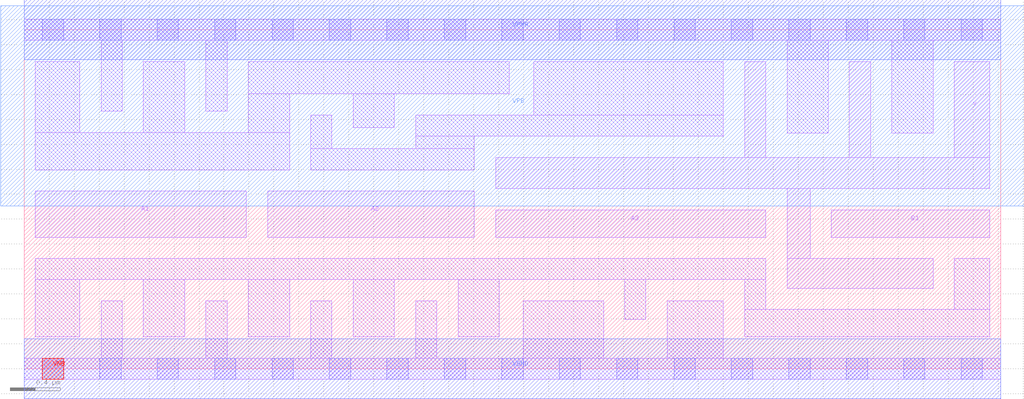
<source format=lef>
# Copyright 2020 The SkyWater PDK Authors
#
# Licensed under the Apache License, Version 2.0 (the "License");
# you may not use this file except in compliance with the License.
# You may obtain a copy of the License at
#
#     https://www.apache.org/licenses/LICENSE-2.0
#
# Unless required by applicable law or agreed to in writing, software
# distributed under the License is distributed on an "AS IS" BASIS,
# WITHOUT WARRANTIES OR CONDITIONS OF ANY KIND, either express or implied.
# See the License for the specific language governing permissions and
# limitations under the License.
#
# SPDX-License-Identifier: Apache-2.0

VERSION 5.7 ;
  NOWIREEXTENSIONATPIN ON ;
  DIVIDERCHAR "/" ;
  BUSBITCHARS "[]" ;
MACRO sky130_fd_sc_hd__o31ai_4
  CLASS CORE ;
  FOREIGN sky130_fd_sc_hd__o31ai_4 ;
  ORIGIN  0.000000  0.000000 ;
  SIZE  7.820000 BY  2.720000 ;
  SYMMETRY X Y R90 ;
  SITE unithd ;
  PIN A1
    ANTENNAGATEAREA  0.990000 ;
    DIRECTION INPUT ;
    USE SIGNAL ;
    PORT
      LAYER li1 ;
        RECT 0.090000 1.055000 1.780000 1.425000 ;
    END
  END A1
  PIN A2
    ANTENNAGATEAREA  0.990000 ;
    DIRECTION INPUT ;
    USE SIGNAL ;
    PORT
      LAYER li1 ;
        RECT 1.950000 1.055000 3.605000 1.425000 ;
    END
  END A2
  PIN A3
    ANTENNAGATEAREA  0.990000 ;
    DIRECTION INPUT ;
    USE SIGNAL ;
    PORT
      LAYER li1 ;
        RECT 3.775000 1.055000 5.940000 1.275000 ;
    END
  END A3
  PIN B1
    ANTENNAGATEAREA  0.990000 ;
    DIRECTION INPUT ;
    USE SIGNAL ;
    PORT
      LAYER li1 ;
        RECT 6.465000 1.055000 7.735000 1.275000 ;
    END
  END B1
  PIN VNB
    PORT
      LAYER pwell ;
        RECT 0.145000 -0.085000 0.315000 0.085000 ;
    END
  END VNB
  PIN VPB
    PORT
      LAYER nwell ;
        RECT -0.190000 1.305000 8.010000 2.910000 ;
    END
  END VPB
  PIN Y
    ANTENNADIFFAREA  1.683800 ;
    DIRECTION OUTPUT ;
    USE SIGNAL ;
    PORT
      LAYER li1 ;
        RECT 3.775000 1.445000 7.735000 1.695000 ;
        RECT 5.770000 1.695000 5.940000 2.465000 ;
        RECT 6.110000 0.645000 7.280000 0.885000 ;
        RECT 6.110000 0.885000 6.295000 1.445000 ;
        RECT 6.610000 1.695000 6.780000 2.465000 ;
        RECT 7.450000 1.695000 7.735000 2.465000 ;
    END
  END Y
  PIN VGND
    DIRECTION INOUT ;
    SHAPE ABUTMENT ;
    USE GROUND ;
    PORT
      LAYER met1 ;
        RECT 0.000000 -0.240000 7.820000 0.240000 ;
    END
  END VGND
  PIN VPWR
    DIRECTION INOUT ;
    SHAPE ABUTMENT ;
    USE POWER ;
    PORT
      LAYER met1 ;
        RECT 0.000000 2.480000 7.820000 2.960000 ;
    END
  END VPWR
  OBS
    LAYER li1 ;
      RECT 0.000000 -0.085000 7.820000 0.085000 ;
      RECT 0.000000  2.635000 7.820000 2.805000 ;
      RECT 0.090000  0.255000 0.445000 0.715000 ;
      RECT 0.090000  0.715000 5.940000 0.885000 ;
      RECT 0.090000  1.595000 2.125000 1.895000 ;
      RECT 0.090000  1.895000 0.445000 2.465000 ;
      RECT 0.615000  0.085000 0.785000 0.545000 ;
      RECT 0.615000  2.065000 0.785000 2.635000 ;
      RECT 0.955000  0.255000 1.285000 0.715000 ;
      RECT 0.955000  1.895000 1.285000 2.465000 ;
      RECT 1.455000  0.085000 1.625000 0.545000 ;
      RECT 1.455000  2.065000 1.625000 2.635000 ;
      RECT 1.795000  0.255000 2.125000 0.715000 ;
      RECT 1.795000  1.895000 2.125000 2.205000 ;
      RECT 1.795000  2.205000 3.885000 2.465000 ;
      RECT 2.295000  0.085000 2.465000 0.545000 ;
      RECT 2.295000  1.595000 3.605000 1.765000 ;
      RECT 2.295000  1.765000 2.465000 2.035000 ;
      RECT 2.635000  0.255000 2.965000 0.715000 ;
      RECT 2.635000  1.935000 2.965000 2.205000 ;
      RECT 3.135000  0.085000 3.305000 0.545000 ;
      RECT 3.135000  1.765000 3.605000 1.865000 ;
      RECT 3.135000  1.865000 5.600000 2.035000 ;
      RECT 3.475000  0.255000 3.805000 0.715000 ;
      RECT 3.995000  0.085000 4.640000 0.545000 ;
      RECT 4.080000  2.035000 5.600000 2.465000 ;
      RECT 4.810000  0.395000 4.980000 0.715000 ;
      RECT 5.150000  0.085000 5.600000 0.545000 ;
      RECT 5.770000  0.255000 7.735000 0.475000 ;
      RECT 5.770000  0.475000 5.940000 0.715000 ;
      RECT 6.110000  1.890000 6.440000 2.635000 ;
      RECT 6.950000  1.890000 7.280000 2.635000 ;
      RECT 7.450000  0.475000 7.735000 0.885000 ;
    LAYER mcon ;
      RECT 0.145000 -0.085000 0.315000 0.085000 ;
      RECT 0.145000  2.635000 0.315000 2.805000 ;
      RECT 0.605000 -0.085000 0.775000 0.085000 ;
      RECT 0.605000  2.635000 0.775000 2.805000 ;
      RECT 1.065000 -0.085000 1.235000 0.085000 ;
      RECT 1.065000  2.635000 1.235000 2.805000 ;
      RECT 1.525000 -0.085000 1.695000 0.085000 ;
      RECT 1.525000  2.635000 1.695000 2.805000 ;
      RECT 1.985000 -0.085000 2.155000 0.085000 ;
      RECT 1.985000  2.635000 2.155000 2.805000 ;
      RECT 2.445000 -0.085000 2.615000 0.085000 ;
      RECT 2.445000  2.635000 2.615000 2.805000 ;
      RECT 2.905000 -0.085000 3.075000 0.085000 ;
      RECT 2.905000  2.635000 3.075000 2.805000 ;
      RECT 3.365000 -0.085000 3.535000 0.085000 ;
      RECT 3.365000  2.635000 3.535000 2.805000 ;
      RECT 3.825000 -0.085000 3.995000 0.085000 ;
      RECT 3.825000  2.635000 3.995000 2.805000 ;
      RECT 4.285000 -0.085000 4.455000 0.085000 ;
      RECT 4.285000  2.635000 4.455000 2.805000 ;
      RECT 4.745000 -0.085000 4.915000 0.085000 ;
      RECT 4.745000  2.635000 4.915000 2.805000 ;
      RECT 5.205000 -0.085000 5.375000 0.085000 ;
      RECT 5.205000  2.635000 5.375000 2.805000 ;
      RECT 5.665000 -0.085000 5.835000 0.085000 ;
      RECT 5.665000  2.635000 5.835000 2.805000 ;
      RECT 6.125000 -0.085000 6.295000 0.085000 ;
      RECT 6.125000  2.635000 6.295000 2.805000 ;
      RECT 6.585000 -0.085000 6.755000 0.085000 ;
      RECT 6.585000  2.635000 6.755000 2.805000 ;
      RECT 7.045000 -0.085000 7.215000 0.085000 ;
      RECT 7.045000  2.635000 7.215000 2.805000 ;
      RECT 7.505000 -0.085000 7.675000 0.085000 ;
      RECT 7.505000  2.635000 7.675000 2.805000 ;
  END
END sky130_fd_sc_hd__o31ai_4
END LIBRARY

</source>
